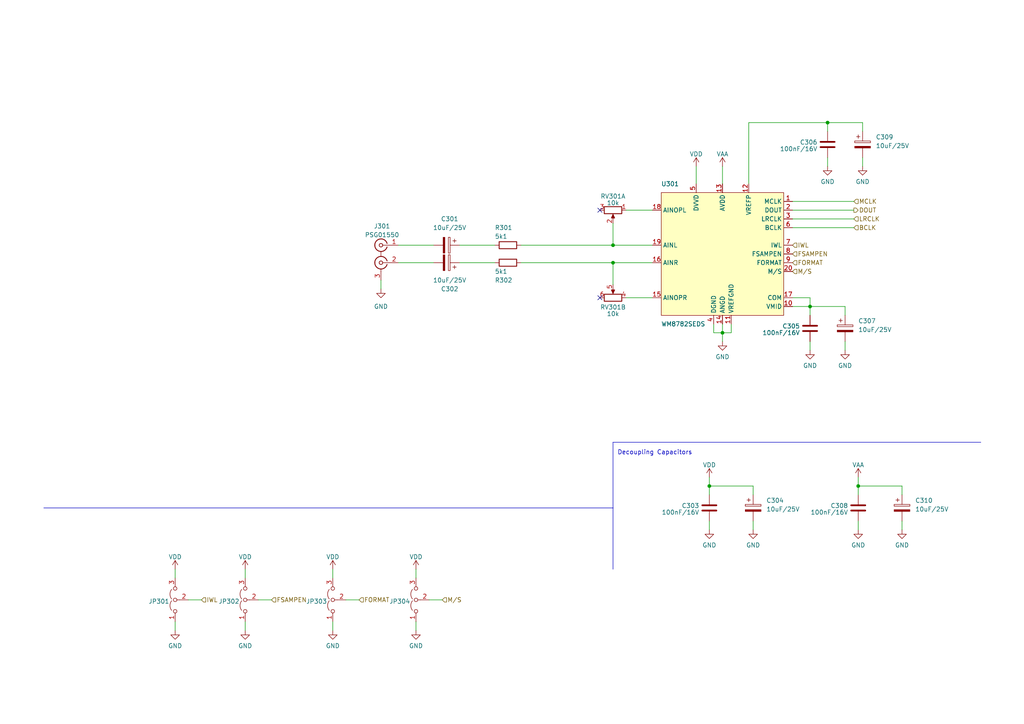
<source format=kicad_sch>
(kicad_sch (version 20230121) (generator eeschema)
  (paper "A4")
  (lib_symbols
    (symbol "Connector:Conn_Coaxial_x2" (pin_names (offset 1.016) hide)
      (property "Reference" "J" (at 0 5.715 0))
      (property "Value" "Conn_Coaxial_x2" (at 2.921 0 90))
      (symbol "Conn_Coaxial_x2_0_1"
        (arc (start -1.778 -3.048) (mid 0.2311 -4.3466) (end 1.778 -2.54) (stroke (width 0.254)))
        (arc (start -1.778 2.032) (mid 0.2311 0.7334) (end 1.778 2.54) (stroke (width 0.254)))
        (circle (center 0 -2.54) (radius 0.508) (stroke (width 0.2032)))
        (polyline (pts (xy -2.54 -2.54) (xy -0.508 -2.54)))
        (polyline (pts (xy -2.54 2.54) (xy -0.508 2.54)))
        (polyline (pts (xy 0 -5.08) (xy 0 -4.318)))
        (polyline (pts (xy 0 0.762) (xy 0 -0.635)))
        (circle (center 0 2.54) (radius 0.508) (stroke (width 0.2032)))
        (arc (start 1.778 -2.54) (mid 0.2099 -0.7299) (end -1.778 -2.032) (stroke (width 0.254)))
        (arc (start 1.778 2.54) (mid 0.2099 4.3501) (end -1.778 3.048) (stroke (width 0.254)))
      )
      (symbol "Conn_Coaxial_x2_1_1"
        (pin passive line (at -5.08 2.54 0) (length 2.54) (name "IN1") (number "1"))
        (pin passive line (at -5.08 -2.54 0) (length 2.54) (name "IN2") (number "2"))
        (pin passive line (at 0 -7.62 90) (length 2.54) (name "EXT") (number "3"))
      )
    )
    (symbol "Device:C" (pin_numbers hide) (pin_names (offset 0.254))
      (property "Reference" "C" (at 0.635 2.54 0))
      (property "Value" "C" (at 0.635 -2.54 0))
      (symbol "C_0_1"
        (polyline (pts (xy -2.032 -0.762) (xy 2.032 -0.762)) (stroke (width 0.508)))
        (polyline (pts (xy -2.032 0.762) (xy 2.032 0.762)) (stroke (width 0.508)))
      )
      (symbol "C_1_1"
        (pin passive line (at 0 3.81 270) (length 2.794) (name "~") (number "1"))
        (pin passive line (at 0 -3.81 90) (length 2.794) (name "~") (number "2"))
      )
    )
    (symbol "Device:C_Polarized" (pin_numbers hide) (pin_names (offset 0.254))
      (property "Reference" "C" (at 0.635 2.54 0))
      (property "Value" "C_Polarized" (at 0.635 -2.54 0))
      (symbol "C_Polarized_0_1"
        (rectangle (start -2.286 0.508) (end 2.286 1.016))
        (polyline (pts (xy -1.778 2.286) (xy -0.762 2.286)))
        (polyline (pts (xy -1.27 2.794) (xy -1.27 1.778)))
        (rectangle (start 2.286 -0.508) (end -2.286 -1.016) (fill (type outline)))
      )
      (symbol "C_Polarized_1_1"
        (pin passive line (at 0 3.81 270) (length 2.794) (name "~") (number "1"))
        (pin passive line (at 0 -3.81 90) (length 2.794) (name "~") (number "2"))
      )
    )
    (symbol "Device:R" (pin_numbers hide) (pin_names (offset 0))
      (property "Reference" "R" (at 2.032 0 90))
      (property "Value" "R" (at 0 0 90))
      (symbol "R_0_1"
        (rectangle (start -1.016 -2.54) (end 1.016 2.54) (stroke (width 0.254)))
      )
      (symbol "R_1_1"
        (pin passive line (at 0 3.81 270) (length 1.27) (name "~") (number "1"))
        (pin passive line (at 0 -3.81 90) (length 1.27) (name "~") (number "2"))
      )
    )
    (symbol "Device:R_Potentiometer_Dual_Separate" (pin_names (offset 1.016) hide)
      (property "Reference" "RV" (at -4.445 0 90))
      (property "Value" "R_Potentiometer_Dual_Separate" (at -2.54 0 90))
      (symbol "R_Potentiometer_Dual_Separate_0_1"
        (polyline (pts (xy 2.54 0) (xy 1.524 0)))
        (polyline (pts (xy 1.143 0) (xy 2.286 0.508) (xy 2.286 -0.508) (xy 1.143 0)) (fill (type outline)))
        (rectangle (start 1.016 2.54) (end -1.016 -2.54) (stroke (width 0.254)))
      )
      (symbol "R_Potentiometer_Dual_Separate_1_1"
        (pin passive line (at 0 3.81 270) (length 1.27) (name "1") (number "1"))
        (pin passive line (at 3.81 0 180) (length 1.27) (name "2") (number "2"))
        (pin passive line (at 0 -3.81 90) (length 1.27) (name "3") (number "3"))
      )
      (symbol "R_Potentiometer_Dual_Separate_2_1"
        (pin passive line (at 0 3.81 270) (length 1.27) (name "4") (number "4"))
        (pin passive line (at 3.81 0 180) (length 1.27) (name "5") (number "5"))
        (pin passive line (at 0 -3.81 90) (length 1.27) (name "6") (number "6"))
      )
    )
    (symbol "Jumper:Jumper_3_Open" (pin_names (offset 0) hide)
      (property "Reference" "JP" (at -2.54 -2.54 0))
      (property "Value" "Jumper_3_Open" (at 0 2.794 0))
      (symbol "Jumper_3_Open_0_0"
        (circle (center -3.302 0) (radius 0.508))
        (circle (center 0 0) (radius 0.508))
        (circle (center 3.302 0) (radius 0.508))
      )
      (symbol "Jumper_3_Open_0_1"
        (arc (start -0.254 1.016) (mid -1.651 1.4992) (end -3.048 1.016))
        (polyline (pts (xy 0 -0.508) (xy 0 -1.27)))
        (arc (start 3.048 1.016) (mid 1.651 1.4992) (end 0.254 1.016))
      )
      (symbol "Jumper_3_Open_1_1"
        (pin passive line (at -6.35 0 0) (length 2.54) (name "A") (number "1"))
        (pin passive line (at 0 -3.81 90) (length 2.54) (name "C") (number "2"))
        (pin passive line (at 6.35 0 180) (length 2.54) (name "B") (number "3"))
      )
    )
    (symbol "Skrooter_symbols:WM8782SEDS"
      (property "Reference" "U" (at -17.78 -24.13 0))
      (property "Value" "WM8782SEDS" (at -17.78 -21.59 0))
      (symbol "WM8782SEDS_0_1"
        (rectangle (start -17.78 15.24) (end 17.78 -20.32) (fill (type background)))
      )
      (symbol "WM8782SEDS_1_1"
        (pin input line (at 20.32 12.7 180) (length 2.54) (name "MCLK") (number "1"))
        (pin input line (at 20.32 -17.78 180) (length 2.54) (name "VMID") (number "10"))
        (pin input line (at 2.54 -22.86 90) (length 2.54) (name "VREFGND") (number "11"))
        (pin input line (at 7.62 17.78 270) (length 2.54) (name "VREFP") (number "12"))
        (pin input line (at 0 17.78 270) (length 2.54) (name "AVDD") (number "13"))
        (pin input line (at 0 -22.86 90) (length 2.54) (name "ANGD") (number "14"))
        (pin input line (at -20.32 -15.24 0) (length 2.54) (name "AINOPR") (number "15"))
        (pin input line (at -20.32 -5.08 0) (length 2.54) (name "AINR") (number "16"))
        (pin input line (at 20.32 -15.24 180) (length 2.54) (name "COM") (number "17"))
        (pin input line (at -20.32 10.16 0) (length 2.54) (name "AINOPL") (number "18"))
        (pin input line (at -20.32 0 0) (length 2.54) (name "AINL") (number "19"))
        (pin input line (at 20.32 10.16 180) (length 2.54) (name "DOUT") (number "2"))
        (pin input line (at 20.32 -7.62 180) (length 2.54) (name "M/S") (number "20"))
        (pin input line (at 20.32 7.62 180) (length 2.54) (name "LRCLK") (number "3"))
        (pin input line (at -2.54 -22.86 90) (length 2.54) (name "DGND") (number "4"))
        (pin input line (at -7.62 17.78 270) (length 2.54) (name "DVVD") (number "5"))
        (pin input line (at 20.32 5.08 180) (length 2.54) (name "BCLK") (number "6"))
        (pin input line (at 20.32 0 180) (length 2.54) (name "IWL") (number "7"))
        (pin input line (at 20.32 -2.54 180) (length 2.54) (name "FSAMPEN") (number "8"))
        (pin input line (at 20.32 -5.08 180) (length 2.54) (name "FORMAT") (number "9"))
      )
    )
    (symbol "power:GND" (power) (pin_names (offset 0))
      (property "Value" "GND" (at 0 -3.81 0))
      (symbol "GND_0_1"
        (polyline (pts (xy 0 0) (xy 0 -1.27) (xy 1.27 -1.27) (xy 0 -2.54) (xy -1.27 -1.27) (xy 0 -1.27)))
      )
      (symbol "GND_1_1"
        (pin power_in line (at 0 0 270) (length 0) hide (name "GND") (number "1"))
      )
    )
    (symbol "power:VAA" (power) (pin_names (offset 0))
      (property "Value" "VAA" (at 0 3.81 0))
      (symbol "VAA_0_1"
        (polyline (pts (xy -0.762 1.27) (xy 0 2.54)))
        (polyline (pts (xy 0 0) (xy 0 2.54)))
        (polyline (pts (xy 0 2.54) (xy 0.762 1.27)))
      )
      (symbol "VAA_1_1"
        (pin power_in line (at 0 0 90) (length 0) hide (name "VAA") (number "1"))
      )
    )
    (symbol "power:VDD" (power) (pin_names (offset 0))
      (property "Value" "VDD" (at 0 3.81 0))
      (symbol "VDD_0_1"
        (polyline (pts (xy -0.762 1.27) (xy 0 2.54)))
        (polyline (pts (xy 0 0) (xy 0 2.54)))
        (polyline (pts (xy 0 2.54) (xy 0.762 1.27)))
      )
      (symbol "VDD_1_1"
        (pin power_in line (at 0 0 90) (length 0) hide (name "VDD") (number "1"))
      )
    )
  )
  (junction (at 209.55 96.52))
  (junction (at 234.95 88.9))
  (junction (at 205.74 140.97))
  (junction (at 240.03 35.56))
  (junction (at 248.92 140.97))
  (junction (at 177.8 76.2))
  (junction (at 177.8 71.12))
  (no_connect (at 173.99 60.96))
  (no_connect (at 173.99 86.36))
  (wire (pts (xy 205.74 140.97) (xy 218.44 140.97)))
  (wire (pts (xy 248.92 138.43) (xy 248.92 140.97)))
  (wire (pts (xy 115.57 71.12) (xy 125.73 71.12)))
  (polyline (pts (xy 12.7 147.32) (xy 177.8 147.32)))
  (wire (pts (xy 177.8 76.2) (xy 189.23 76.2)))
  (wire (pts (xy 124.46 173.99) (xy 128.27 173.99)))
  (wire (pts (xy 120.65 165.1) (xy 120.65 167.64)))
  (wire (pts (xy 245.11 88.9) (xy 245.11 91.44)))
  (wire (pts (xy 229.87 60.96) (xy 247.65 60.96)))
  (wire (pts (xy 209.55 48.26) (xy 209.55 53.34)))
  (polyline (pts (xy 177.8 147.32) (xy 177.8 128.27)))
  (wire (pts (xy 181.61 60.96) (xy 189.23 60.96)))
  (wire (pts (xy 207.01 93.98) (xy 207.01 96.52)))
  (wire (pts (xy 205.74 151.13) (xy 205.74 153.67)))
  (wire (pts (xy 212.09 96.52) (xy 209.55 96.52)))
  (wire (pts (xy 100.33 173.99) (xy 104.14 173.99)))
  (wire (pts (xy 250.19 35.56) (xy 240.03 35.56)))
  (wire (pts (xy 96.52 180.34) (xy 96.52 182.88)))
  (wire (pts (xy 177.8 76.2) (xy 177.8 82.55)))
  (wire (pts (xy 120.65 180.34) (xy 120.65 182.88)))
  (wire (pts (xy 212.09 93.98) (xy 212.09 96.52)))
  (wire (pts (xy 261.62 151.13) (xy 261.62 153.67)))
  (wire (pts (xy 245.11 99.06) (xy 245.11 101.6)))
  (wire (pts (xy 234.95 99.06) (xy 234.95 101.6)))
  (wire (pts (xy 250.19 38.1) (xy 250.19 35.56)))
  (wire (pts (xy 205.74 138.43) (xy 205.74 140.97)))
  (wire (pts (xy 240.03 35.56) (xy 240.03 38.1)))
  (wire (pts (xy 229.87 88.9) (xy 234.95 88.9)))
  (wire (pts (xy 50.8 180.34) (xy 50.8 182.88)))
  (wire (pts (xy 229.87 66.04) (xy 247.65 66.04)))
  (wire (pts (xy 201.93 48.26) (xy 201.93 53.34)))
  (wire (pts (xy 234.95 88.9) (xy 245.11 88.9)))
  (wire (pts (xy 261.62 140.97) (xy 261.62 143.51)))
  (wire (pts (xy 218.44 151.13) (xy 218.44 153.67)))
  (wire (pts (xy 110.49 81.28) (xy 110.49 83.82)))
  (wire (pts (xy 177.8 71.12) (xy 189.23 71.12)))
  (wire (pts (xy 133.35 76.2) (xy 143.51 76.2)))
  (wire (pts (xy 205.74 140.97) (xy 205.74 143.51)))
  (wire (pts (xy 248.92 140.97) (xy 248.92 143.51)))
  (wire (pts (xy 71.12 180.34) (xy 71.12 182.88)))
  (wire (pts (xy 71.12 165.1) (xy 71.12 167.64)))
  (wire (pts (xy 229.87 63.5) (xy 247.65 63.5)))
  (wire (pts (xy 209.55 96.52) (xy 209.55 99.06)))
  (wire (pts (xy 234.95 86.36) (xy 234.95 88.9)))
  (wire (pts (xy 74.93 173.99) (xy 78.74 173.99)))
  (wire (pts (xy 240.03 45.72) (xy 240.03 48.26)))
  (wire (pts (xy 229.87 86.36) (xy 234.95 86.36)))
  (wire (pts (xy 151.13 76.2) (xy 177.8 76.2)))
  (polyline (pts (xy 177.8 165.1) (xy 177.8 147.32)))
  (wire (pts (xy 50.8 165.1) (xy 50.8 167.64)))
  (wire (pts (xy 151.13 71.12) (xy 177.8 71.12)))
  (wire (pts (xy 207.01 96.52) (xy 209.55 96.52)))
  (wire (pts (xy 177.8 64.77) (xy 177.8 71.12)))
  (polyline (pts (xy 177.8 128.27) (xy 284.48 128.27)))
  (wire (pts (xy 248.92 151.13) (xy 248.92 153.67)))
  (wire (pts (xy 54.61 173.99) (xy 58.42 173.99)))
  (wire (pts (xy 217.17 35.56) (xy 240.03 35.56)))
  (wire (pts (xy 218.44 143.51) (xy 218.44 140.97)))
  (wire (pts (xy 115.57 76.2) (xy 125.73 76.2)))
  (wire (pts (xy 248.92 140.97) (xy 261.62 140.97)))
  (wire (pts (xy 96.52 165.1) (xy 96.52 167.64)))
  (wire (pts (xy 133.35 71.12) (xy 143.51 71.12)))
  (wire (pts (xy 234.95 88.9) (xy 234.95 91.44)))
  (wire (pts (xy 250.19 45.72) (xy 250.19 48.26)))
  (wire (pts (xy 229.87 58.42) (xy 247.65 58.42)))
  (wire (pts (xy 181.61 86.36) (xy 189.23 86.36)))
  (wire (pts (xy 217.17 53.34) (xy 217.17 35.56)))
  (wire (pts (xy 209.55 93.98) (xy 209.55 96.52)))
  (text "Decoupling Capacitors" (at 179.07 132.08 0) (effects (font (size 1.27 1.27)) (justify left bottom)))
  (hierarchical_label "M{slash}S" (shape input) (at 229.87 78.74 0))
  (hierarchical_label "IWL" (shape input) (at 58.42 173.99 0))
  (hierarchical_label "FORMAT" (shape input) (at 229.87 76.2 0))
  (hierarchical_label "M{slash}S" (shape input) (at 128.27 173.99 0))
  (hierarchical_label "FORMAT" (shape input) (at 104.14 173.99 0))
  (hierarchical_label "FSAMPEN" (shape input) (at 229.87 73.66 0))
  (hierarchical_label "FSAMPEN" (shape input) (at 78.74 173.99 0))
  (hierarchical_label "MCLK" (shape input) (at 247.65 58.42 0))
  (hierarchical_label "DOUT" (shape output) (at 247.65 60.96 0))
  (hierarchical_label "LRCLK" (shape input) (at 247.65 63.5 0))
  (hierarchical_label "BCLK" (shape input) (at 247.65 66.04 0))
  (hierarchical_label "IWL" (shape input) (at 229.87 71.12 0))
  (symbol (lib_id "Device:C_Polarized") (at 129.54 76.2 270) (mirror x) (unit 1)
    (property "Reference" "C302" (at 130.429 83.82 90))
    (property "Value" "10uF/25V" (at 130.429 81.28 90))
    (property "Footprint" "Capacitor_SMD:CP_Elec_4x5.8" (effects hide))
    (property "LCSC" "C2163094" (effects hide))
    (instances (project "Magna" (path "" (reference "C302") (unit 1)) (path "" (reference "C402") (unit 1))))
  )
  (symbol (lib_id "power:GND") (at 96.52 182.88 0) (unit 1)
    (property "Reference" "#PWR0306" (effects hide))
    (property "Value" "GND" (at 96.52 187.3234 0))
    (instances (project "Magna" (path "" (reference "#PWR0306") (unit 1)) (path "" (reference "#PWR0406") (unit 1))))
  )
  (symbol (lib_id "Jumper:Jumper_3_Open") (at 50.8 173.99 90) (unit 1)
    (property "Reference" "JP301" (at 49.149 174.4238 90) (effects (justify left)))
    (property "Value" "SolderJumper_3_Bridged12" (effects hide))
    (property "Footprint" "Jumper:SolderJumper-3_P2.0mm_Open_TrianglePad1.0x1.5mm_NumberLabels" (effects hide))
    (instances (project "Magna" (path "" (reference "JP301") (unit 1)) (path "" (reference "JP401") (unit 1))))
  )
  (symbol (lib_id "Device:C_Polarized") (at 250.19 41.91 0) (unit 1)
    (property "Reference" "C309" (at 254 39.751 0) (effects (justify left)))
    (property "Value" "10uF/25V" (at 254 42.291 0) (effects (justify left)))
    (property "Footprint" "Capacitor_SMD:CP_Elec_4x5.8" (effects hide))
    (property "LCSC" "C2163094" (effects hide))
    (instances (project "Magna" (path "" (reference "C309") (unit 1)) (path "" (reference "C409") (unit 1))))
  )
  (symbol (lib_id "power:VDD") (at 205.74 138.43 0) (unit 1)
    (property "Reference" "#PWR0311" (effects hide))
    (property "Value" "VDD" (at 205.74 134.8542 0))
    (instances (project "Magna" (path "" (reference "#PWR0311") (unit 1)) (path "" (reference "#PWR0411") (unit 1))))
  )
  (symbol (lib_id "Device:R") (at 147.32 71.12 270) (mirror x) (unit 1)
    (property "Reference" "R301" (at 143.51 66.04 90) (effects (justify left)))
    (property "Value" "5k1" (at 143.51 68.58 90) (effects (justify left)))
    (property "Footprint" "Resistor_SMD:R_0805_2012Metric" (effects hide))
    (property "LCSC" "C218638" (effects hide))
    (instances (project "Magna" (path "" (reference "R301") (unit 1)) (path "" (reference "R401") (unit 1))))
  )
  (symbol (lib_id "power:GND") (at 120.65 182.88 0) (unit 1)
    (property "Reference" "#PWR0309" (effects hide))
    (property "Value" "GND" (at 120.65 187.3234 0))
    (instances (project "Magna" (path "" (reference "#PWR0309") (unit 1)) (path "" (reference "#PWR0409") (unit 1))))
  )
  (symbol (lib_id "power:GND") (at 248.92 153.67 0) (unit 1)
    (property "Reference" "#PWR0320" (effects hide))
    (property "Value" "GND" (at 248.92 158.1134 0))
    (instances (project "Magna" (path "" (reference "#PWR0320") (unit 1)) (path "" (reference "#PWR0420") (unit 1))))
  )
  (symbol (lib_id "Device:C") (at 240.03 41.91 0) (mirror y) (unit 1)
    (property "Reference" "C306" (at 237.109 41.2663 0) (effects (justify left)))
    (property "Value" "100nF/16V" (at 237.109 43.1873 0) (effects (justify left)))
    (property "Footprint" "Capacitor_SMD:C_0805_2012Metric" (effects hide))
    (property "LCSC" "C218638" (effects hide))
    (instances (project "Magna" (path "" (reference "C306") (unit 1)) (path "" (reference "C406") (unit 1))))
  )
  (symbol (lib_id "power:VDD") (at 96.52 165.1 0) (unit 1)
    (property "Reference" "#PWR0305" (effects hide))
    (property "Value" "VDD" (at 96.52 161.5242 0))
    (instances (project "Magna" (path "" (reference "#PWR0305") (unit 1)) (path "" (reference "#PWR0405") (unit 1))))
  )
  (symbol (lib_id "Device:C_Polarized") (at 129.54 71.12 270) (unit 1)
    (property "Reference" "C301" (at 130.429 63.5 90))
    (property "Value" "10uF/25V" (at 130.429 66.04 90))
    (property "Footprint" "Capacitor_SMD:CP_Elec_4x5.8" (effects hide))
    (property "LCSC" "C2163094" (effects hide))
    (instances (project "Magna" (path "" (reference "C301") (unit 1)) (path "" (reference "C401") (unit 1))))
  )
  (symbol (lib_id "power:GND") (at 71.12 182.88 0) (unit 1)
    (property "Reference" "#PWR0304" (effects hide))
    (property "Value" "GND" (at 71.12 187.3234 0))
    (instances (project "Magna" (path "" (reference "#PWR0304") (unit 1)) (path "" (reference "#PWR0404") (unit 1))))
  )
  (symbol (lib_id "Device:C") (at 248.92 147.32 0) (mirror y) (unit 1)
    (property "Reference" "C308" (at 245.999 146.6763 0) (effects (justify left)))
    (property "Value" "100nF/16V" (at 245.999 148.5973 0) (effects (justify left)))
    (property "Footprint" "Capacitor_SMD:C_0805_2012Metric" (effects hide))
    (property "LCSC" "C218638" (effects hide))
    (instances (project "Magna" (path "" (reference "C308") (unit 1)) (path "" (reference "C408") (unit 1))))
  )
  (symbol (lib_id "Skrooter_symbols:WM8782SEDS") (at 209.55 71.12 0) (unit 1)
    (property "Reference" "U301" (at 191.77 53.34 0) (effects (justify left)))
    (property "Value" "WM8782SEDS" (at 191.77 93.98 0) (effects (justify left)))
    (property "Footprint" "Package_SO:SSOP-20_5.3x7.2mm_P0.65mm" (effects hide))
    (property "Datasheet" "https://datasheet.lcsc.com/lcsc/1811081623_Cirrus-Logic-WM8782SEDS-RV_C323842.pdf" (effects hide))
    (property "LCSC" "C323842" (effects hide))
    (instances (project "Magna" (path "" (reference "U301") (unit 1)) (path "" (reference "U401") (unit 1))))
  )
  (symbol (lib_id "Jumper:Jumper_3_Open") (at 96.52 173.99 90) (unit 1)
    (property "Reference" "JP303" (at 94.869 174.4238 90) (effects (justify left)))
    (property "Value" "SolderJumper_3_Bridged12" (effects hide))
    (property "Footprint" "Jumper:SolderJumper-3_P2.0mm_Open_TrianglePad1.0x1.5mm_NumberLabels" (effects hide))
    (instances (project "Magna" (path "" (reference "JP303") (unit 1)) (path "" (reference "JP403") (unit 1))))
  )
  (symbol (lib_id "Jumper:Jumper_3_Open") (at 71.12 173.99 90) (unit 1)
    (property "Reference" "JP302" (at 69.469 174.4238 90) (effects (justify left)))
    (property "Value" "SolderJumper_3_Bridged12" (effects hide))
    (property "Footprint" "Jumper:SolderJumper-3_P2.0mm_Open_TrianglePad1.0x1.5mm_NumberLabels" (effects hide))
    (instances (project "Magna" (path "" (reference "JP302") (unit 1)) (path "" (reference "JP402") (unit 1))))
  )
  (symbol (lib_id "power:GND") (at 50.8 182.88 0) (unit 1)
    (property "Reference" "#PWR0302" (effects hide))
    (property "Value" "GND" (at 50.8 187.3234 0))
    (instances (project "Magna" (path "" (reference "#PWR0302") (unit 1)) (path "" (reference "#PWR0402") (unit 1))))
  )
  (symbol (lib_id "Device:C_Polarized") (at 261.62 147.32 0) (unit 1)
    (property "Reference" "C310" (at 265.43 145.161 0) (effects (justify left)))
    (property "Value" "10uF/25V" (at 265.43 147.701 0) (effects (justify left)))
    (property "Footprint" "Capacitor_SMD:CP_Elec_4x5.8" (effects hide))
    (property "LCSC" "C2163094" (effects hide))
    (instances (project "Magna" (path "" (reference "C310") (unit 1)) (path "" (reference "C410") (unit 1))))
  )
  (symbol (lib_id "power:VAA") (at 248.92 138.43 0) (unit 1)
    (property "Reference" "#PWR0319" (effects hide))
    (property "Value" "VAA" (at 248.92 134.8542 0))
    (instances (project "Magna" (path "" (reference "#PWR0319") (unit 1)) (path "" (reference "#PWR0419") (unit 1))))
  )
  (symbol (lib_id "Device:R_Potentiometer_Dual_Separate") (at 177.8 60.96 270) (unit 1)
    (property "Reference" "RV301" (at 177.8 56.9341 90))
    (property "Value" "10k" (at 177.8 58.8551 90))
    (instances (project "Magna" (path "" (reference "RV301") (unit 1)) (path "" (reference "RV401") (unit 1))))
  )
  (symbol (lib_id "power:VDD") (at 120.65 165.1 0) (unit 1)
    (property "Reference" "#PWR0308" (effects hide))
    (property "Value" "VDD" (at 120.65 161.5242 0))
    (instances (project "Magna" (path "" (reference "#PWR0308") (unit 1)) (path "" (reference "#PWR0408") (unit 1))))
  )
  (symbol (lib_id "power:GND") (at 205.74 153.67 0) (unit 1)
    (property "Reference" "#PWR0312" (effects hide))
    (property "Value" "GND" (at 205.74 158.1134 0))
    (instances (project "Magna" (path "" (reference "#PWR0312") (unit 1)) (path "" (reference "#PWR0412") (unit 1))))
  )
  (symbol (lib_id "power:GND") (at 218.44 153.67 0) (unit 1)
    (property "Reference" "#PWR0315" (effects hide))
    (property "Value" "GND" (at 218.44 158.1134 0))
    (instances (project "Magna" (path "" (reference "#PWR0315") (unit 1)) (path "" (reference "#PWR0415") (unit 1))))
  )
  (symbol (lib_id "power:GND") (at 261.62 153.67 0) (unit 1)
    (property "Reference" "#PWR0322" (effects hide))
    (property "Value" "GND" (at 261.62 158.1134 0))
    (instances (project "Magna" (path "" (reference "#PWR0322") (unit 1)) (path "" (reference "#PWR0422") (unit 1))))
  )
  (symbol (lib_id "power:VDD") (at 201.93 48.26 0) (unit 1)
    (property "Reference" "#PWR0310" (effects hide))
    (property "Value" "VDD" (at 201.93 44.6842 0))
    (instances (project "Magna" (path "" (reference "#PWR0310") (unit 1)) (path "" (reference "#PWR0410") (unit 1))))
  )
  (symbol (lib_id "power:VAA") (at 209.55 48.26 0) (unit 1)
    (property "Reference" "#PWR0313" (effects hide))
    (property "Value" "VAA" (at 209.55 44.6842 0))
    (instances (project "Magna" (path "" (reference "#PWR0313") (unit 1)) (path "" (reference "#PWR0413") (unit 1))))
  )
  (symbol (lib_id "power:GND") (at 209.55 99.06 0) (unit 1)
    (property "Reference" "#PWR0314" (effects hide))
    (property "Value" "GND" (at 209.55 103.5034 0))
    (instances (project "Magna" (path "" (reference "#PWR0314") (unit 1)) (path "" (reference "#PWR0414") (unit 1))))
  )
  (symbol (lib_id "power:GND") (at 234.95 101.6 0) (unit 1)
    (property "Reference" "#PWR0316" (effects hide))
    (property "Value" "GND" (at 234.95 106.0434 0))
    (instances (project "Magna" (path "" (reference "#PWR0316") (unit 1)) (path "" (reference "#PWR0416") (unit 1))))
  )
  (symbol (lib_id "Device:C") (at 234.95 95.25 0) (mirror y) (unit 1)
    (property "Reference" "C305" (at 232.029 94.6063 0) (effects (justify left)))
    (property "Value" "100nF/16V" (at 232.029 96.5273 0) (effects (justify left)))
    (property "Footprint" "Capacitor_SMD:C_0805_2012Metric" (effects hide))
    (property "LCSC" "C218638" (effects hide))
    (instances (project "Magna" (path "" (reference "C305") (unit 1)) (path "" (reference "C405") (unit 1))))
  )
  (symbol (lib_id "Device:C_Polarized") (at 218.44 147.32 0) (unit 1)
    (property "Reference" "C304" (at 222.25 145.161 0) (effects (justify left)))
    (property "Value" "10uF/25V" (at 222.25 147.701 0) (effects (justify left)))
    (property "Footprint" "Capacitor_SMD:CP_Elec_4x5.8" (effects hide))
    (property "LCSC" "C2163094" (effects hide))
    (instances (project "Magna" (path "" (reference "C304") (unit 1)) (path "" (reference "C404") (unit 1))))
  )
  (symbol (lib_id "Connector:Conn_Coaxial_x2") (at 110.49 73.66 0) (mirror y) (unit 1)
    (property "Reference" "J301" (at 110.8074 65.5936 0))
    (property "Value" "PSG01550" (at 110.8074 68.1305 0))
    (property "Datasheet" " ~" (effects hide))
    (instances (project "Magna" (path "" (reference "J301") (unit 1)) (path "" (reference "J401") (unit 1))))
  )
  (symbol (lib_id "power:GND") (at 245.11 101.6 0) (unit 1)
    (property "Reference" "#PWR0318" (effects hide))
    (property "Value" "GND" (at 245.11 106.0434 0))
    (instances (project "Magna" (path "" (reference "#PWR0318") (unit 1)) (path "" (reference "#PWR0418") (unit 1))))
  )
  (symbol (lib_id "Jumper:Jumper_3_Open") (at 120.65 173.99 90) (unit 1)
    (property "Reference" "JP304" (at 118.999 174.4238 90) (effects (justify left)))
    (property "Value" "SolderJumper_3_Bridged12" (effects hide))
    (property "Footprint" "Jumper:SolderJumper-3_P2.0mm_Open_TrianglePad1.0x1.5mm_NumberLabels" (effects hide))
    (instances (project "Magna" (path "" (reference "JP304") (unit 1)) (path "" (reference "JP404") (unit 1))))
  )
  (symbol (lib_id "power:VDD") (at 50.8 165.1 0) (unit 1)
    (property "Reference" "#PWR0301" (effects hide))
    (property "Value" "VDD" (at 50.8 161.5242 0))
    (instances (project "Magna" (path "" (reference "#PWR0301") (unit 1)) (path "" (reference "#PWR0401") (unit 1))))
  )
  (symbol (lib_id "Device:C") (at 205.74 147.32 0) (mirror y) (unit 1)
    (property "Reference" "C303" (at 202.819 146.6763 0) (effects (justify left)))
    (property "Value" "100nF/16V" (at 202.819 148.5973 0) (effects (justify left)))
    (property "Footprint" "Capacitor_SMD:C_0805_2012Metric" (effects hide))
    (property "LCSC" "C218638" (effects hide))
    (instances (project "Magna" (path "" (reference "C303") (unit 1)) (path "" (reference "C403") (unit 1))))
  )
  (symbol (lib_id "power:GND") (at 250.19 48.26 0) (unit 1)
    (property "Reference" "#PWR0321" (effects hide))
    (property "Value" "GND" (at 250.19 52.7034 0))
    (instances (project "Magna" (path "" (reference "#PWR0321") (unit 1)) (path "" (reference "#PWR0421") (unit 1))))
  )
  (symbol (lib_id "Device:R_Potentiometer_Dual_Separate") (at 177.8 86.36 270) (mirror x) (unit 2)
    (property "Reference" "RV301" (at 177.8 89.0985 90))
    (property "Value" "10k" (at 177.8 91.0195 90))
    (instances (project "Magna" (path "" (reference "RV301") (unit 2)) (path "" (reference "RV401") (unit 2))))
  )
  (symbol (lib_id "power:VDD") (at 71.12 165.1 0) (unit 1)
    (property "Reference" "#PWR0303" (effects hide))
    (property "Value" "VDD" (at 71.12 161.5242 0))
    (instances (project "Magna" (path "" (reference "#PWR0303") (unit 1)) (path "" (reference "#PWR0403") (unit 1))))
  )
  (symbol (lib_id "Device:C_Polarized") (at 245.11 95.25 0) (unit 1)
    (property "Reference" "C307" (at 248.92 93.091 0) (effects (justify left)))
    (property "Value" "10uF/25V" (at 248.92 95.631 0) (effects (justify left)))
    (property "Footprint" "Capacitor_SMD:CP_Elec_4x5.8" (effects hide))
    (property "LCSC" "C2163094" (effects hide))
    (instances (project "Magna" (path "" (reference "C307") (unit 1)) (path "" (reference "C407") (unit 1))))
  )
  (symbol (lib_id "Device:R") (at 147.32 76.2 270) (unit 1)
    (property "Reference" "R302" (at 143.51 81.28 90) (effects (justify left)))
    (property "Value" "5k1" (at 143.51 78.74 90) (effects (justify left)))
    (property "Footprint" "Resistor_SMD:R_0805_2012Metric" (effects hide))
    (property "LCSC" "C218638" (effects hide))
    (instances (project "Magna" (path "" (reference "R302") (unit 1)) (path "" (reference "R402") (unit 1))))
  )
  (symbol (lib_id "power:GND") (at 240.03 48.26 0) (unit 1)
    (property "Reference" "#PWR0317" (effects hide))
    (property "Value" "GND" (at 240.03 52.7034 0))
    (instances (project "Magna" (path "" (reference "#PWR0317") (unit 1)) (path "" (reference "#PWR0417") (unit 1))))
  )
  (symbol (lib_id "power:GND") (at 110.49 83.82 0) (unit 1)
    (property "Reference" "#PWR0307" (effects hide))
    (property "Value" "GND" (at 110.49 88.9 0))
    (instances (project "Magna" (path "" (reference "#PWR0307") (unit 1)) (path "" (reference "#PWR0407") (unit 1))))
  )
)
</source>
